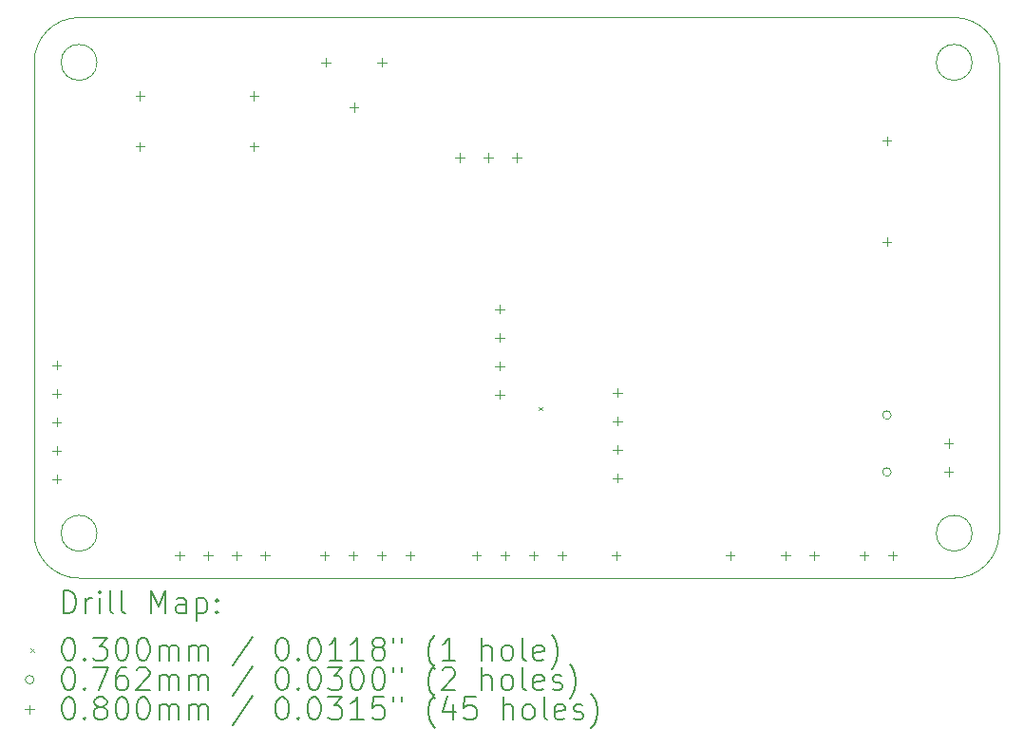
<source format=gbr>
%TF.GenerationSoftware,KiCad,Pcbnew,7.0.11+dfsg-1build4*%
%TF.CreationDate,2024-10-25T06:38:06+02:00*%
%TF.ProjectId,BertheVarioTac-Shema,42657274-6865-4566-9172-696f5461632d,rev?*%
%TF.SameCoordinates,Original*%
%TF.FileFunction,Drillmap*%
%TF.FilePolarity,Positive*%
%FSLAX45Y45*%
G04 Gerber Fmt 4.5, Leading zero omitted, Abs format (unit mm)*
G04 Created by KiCad (PCBNEW 7.0.11+dfsg-1build4) date 2024-10-25 06:38:06*
%MOMM*%
%LPD*%
G01*
G04 APERTURE LIST*
%ADD10C,0.050000*%
%ADD11C,0.200000*%
%ADD12C,0.100000*%
G04 APERTURE END LIST*
D10*
X17400000Y-14200000D02*
G75*
G03*
X17800000Y-13800000I0J400000D01*
G01*
X17560000Y-9600000D02*
G75*
G03*
X17240000Y-9600000I-160000J0D01*
G01*
X17240000Y-9600000D02*
G75*
G03*
X17560000Y-9600000I160000J0D01*
G01*
X17400000Y-14200000D02*
X9600000Y-14200000D01*
X9600000Y-9200000D02*
X17400000Y-9200000D01*
X9760000Y-13800000D02*
G75*
G03*
X9440000Y-13800000I-160000J0D01*
G01*
X9440000Y-13800000D02*
G75*
G03*
X9760000Y-13800000I160000J0D01*
G01*
X9600000Y-9200000D02*
G75*
G03*
X9200000Y-9600000I0J-400000D01*
G01*
X9200000Y-13800000D02*
G75*
G03*
X9600000Y-14200000I400000J0D01*
G01*
X9200000Y-13800000D02*
X9200000Y-9600000D01*
X17800000Y-9600000D02*
G75*
G03*
X17400000Y-9200000I-400000J0D01*
G01*
X9760000Y-9600000D02*
G75*
G03*
X9440000Y-9600000I-160000J0D01*
G01*
X9440000Y-9600000D02*
G75*
G03*
X9760000Y-9600000I160000J0D01*
G01*
X17560000Y-13800000D02*
G75*
G03*
X17240000Y-13800000I-160000J0D01*
G01*
X17240000Y-13800000D02*
G75*
G03*
X17560000Y-13800000I160000J0D01*
G01*
X17800000Y-9600000D02*
X17800000Y-13800000D01*
D11*
D12*
X13697460Y-12674990D02*
X13727460Y-12704990D01*
X13727460Y-12674990D02*
X13697460Y-12704990D01*
X16838100Y-12746000D02*
G75*
G03*
X16761900Y-12746000I-38100J0D01*
G01*
X16761900Y-12746000D02*
G75*
G03*
X16838100Y-12746000I38100J0D01*
G01*
X16838100Y-13254000D02*
G75*
G03*
X16761900Y-13254000I-38100J0D01*
G01*
X16761900Y-13254000D02*
G75*
G03*
X16838100Y-13254000I38100J0D01*
G01*
X9400000Y-12260000D02*
X9400000Y-12340000D01*
X9360000Y-12300000D02*
X9440000Y-12300000D01*
X9400000Y-12514000D02*
X9400000Y-12594000D01*
X9360000Y-12554000D02*
X9440000Y-12554000D01*
X9400000Y-12768000D02*
X9400000Y-12848000D01*
X9360000Y-12808000D02*
X9440000Y-12808000D01*
X9400000Y-13022000D02*
X9400000Y-13102000D01*
X9360000Y-13062000D02*
X9440000Y-13062000D01*
X9400000Y-13276000D02*
X9400000Y-13356000D01*
X9360000Y-13316000D02*
X9440000Y-13316000D01*
X10142000Y-9860000D02*
X10142000Y-9940000D01*
X10102000Y-9900000D02*
X10182000Y-9900000D01*
X10142000Y-10310000D02*
X10142000Y-10390000D01*
X10102000Y-10350000D02*
X10182000Y-10350000D01*
X10496000Y-13960000D02*
X10496000Y-14040000D01*
X10456000Y-14000000D02*
X10536000Y-14000000D01*
X10750000Y-13960000D02*
X10750000Y-14040000D01*
X10710000Y-14000000D02*
X10790000Y-14000000D01*
X11004000Y-13960000D02*
X11004000Y-14040000D01*
X10964000Y-14000000D02*
X11044000Y-14000000D01*
X11158000Y-9860000D02*
X11158000Y-9940000D01*
X11118000Y-9900000D02*
X11198000Y-9900000D01*
X11158000Y-10310000D02*
X11158000Y-10390000D01*
X11118000Y-10350000D02*
X11198000Y-10350000D01*
X11258000Y-13960000D02*
X11258000Y-14040000D01*
X11218000Y-14000000D02*
X11298000Y-14000000D01*
X11788000Y-13960000D02*
X11788000Y-14040000D01*
X11748000Y-14000000D02*
X11828000Y-14000000D01*
X11800000Y-9560000D02*
X11800000Y-9640000D01*
X11760000Y-9600000D02*
X11840000Y-9600000D01*
X12042000Y-13960000D02*
X12042000Y-14040000D01*
X12002000Y-14000000D02*
X12082000Y-14000000D01*
X12050000Y-9960000D02*
X12050000Y-10040000D01*
X12010000Y-10000000D02*
X12090000Y-10000000D01*
X12296000Y-13960000D02*
X12296000Y-14040000D01*
X12256000Y-14000000D02*
X12336000Y-14000000D01*
X12300000Y-9560000D02*
X12300000Y-9640000D01*
X12260000Y-9600000D02*
X12340000Y-9600000D01*
X12550000Y-13960000D02*
X12550000Y-14040000D01*
X12510000Y-14000000D02*
X12590000Y-14000000D01*
X12992000Y-10410000D02*
X12992000Y-10490000D01*
X12952000Y-10450000D02*
X13032000Y-10450000D01*
X13142000Y-13960000D02*
X13142000Y-14040000D01*
X13102000Y-14000000D02*
X13182000Y-14000000D01*
X13246000Y-10410000D02*
X13246000Y-10490000D01*
X13206000Y-10450000D02*
X13286000Y-10450000D01*
X13350000Y-11760000D02*
X13350000Y-11840000D01*
X13310000Y-11800000D02*
X13390000Y-11800000D01*
X13350000Y-12014000D02*
X13350000Y-12094000D01*
X13310000Y-12054000D02*
X13390000Y-12054000D01*
X13350000Y-12268000D02*
X13350000Y-12348000D01*
X13310000Y-12308000D02*
X13390000Y-12308000D01*
X13350000Y-12522000D02*
X13350000Y-12602000D01*
X13310000Y-12562000D02*
X13390000Y-12562000D01*
X13396000Y-13960000D02*
X13396000Y-14040000D01*
X13356000Y-14000000D02*
X13436000Y-14000000D01*
X13500000Y-10410000D02*
X13500000Y-10490000D01*
X13460000Y-10450000D02*
X13540000Y-10450000D01*
X13650000Y-13960000D02*
X13650000Y-14040000D01*
X13610000Y-14000000D02*
X13690000Y-14000000D01*
X13904000Y-13960000D02*
X13904000Y-14040000D01*
X13864000Y-14000000D02*
X13944000Y-14000000D01*
X14388000Y-13960000D02*
X14388000Y-14040000D01*
X14348000Y-14000000D02*
X14428000Y-14000000D01*
X14400000Y-12506000D02*
X14400000Y-12586000D01*
X14360000Y-12546000D02*
X14440000Y-12546000D01*
X14400000Y-12760000D02*
X14400000Y-12840000D01*
X14360000Y-12800000D02*
X14440000Y-12800000D01*
X14400000Y-13014000D02*
X14400000Y-13094000D01*
X14360000Y-13054000D02*
X14440000Y-13054000D01*
X14400000Y-13268000D02*
X14400000Y-13348000D01*
X14360000Y-13308000D02*
X14440000Y-13308000D01*
X15404000Y-13960000D02*
X15404000Y-14040000D01*
X15364000Y-14000000D02*
X15444000Y-14000000D01*
X15896000Y-13960000D02*
X15896000Y-14040000D01*
X15856000Y-14000000D02*
X15936000Y-14000000D01*
X16150000Y-13960000D02*
X16150000Y-14040000D01*
X16110000Y-14000000D02*
X16190000Y-14000000D01*
X16596000Y-13960000D02*
X16596000Y-14040000D01*
X16556000Y-14000000D02*
X16636000Y-14000000D01*
X16800000Y-10260000D02*
X16800000Y-10340000D01*
X16760000Y-10300000D02*
X16840000Y-10300000D01*
X16800000Y-11160000D02*
X16800000Y-11240000D01*
X16760000Y-11200000D02*
X16840000Y-11200000D01*
X16850000Y-13960000D02*
X16850000Y-14040000D01*
X16810000Y-14000000D02*
X16890000Y-14000000D01*
X17350000Y-12956000D02*
X17350000Y-13036000D01*
X17310000Y-12996000D02*
X17390000Y-12996000D01*
X17350000Y-13210000D02*
X17350000Y-13290000D01*
X17310000Y-13250000D02*
X17390000Y-13250000D01*
D11*
X9458277Y-14513984D02*
X9458277Y-14313984D01*
X9458277Y-14313984D02*
X9505896Y-14313984D01*
X9505896Y-14313984D02*
X9534467Y-14323508D01*
X9534467Y-14323508D02*
X9553515Y-14342555D01*
X9553515Y-14342555D02*
X9563039Y-14361603D01*
X9563039Y-14361603D02*
X9572563Y-14399698D01*
X9572563Y-14399698D02*
X9572563Y-14428269D01*
X9572563Y-14428269D02*
X9563039Y-14466365D01*
X9563039Y-14466365D02*
X9553515Y-14485412D01*
X9553515Y-14485412D02*
X9534467Y-14504460D01*
X9534467Y-14504460D02*
X9505896Y-14513984D01*
X9505896Y-14513984D02*
X9458277Y-14513984D01*
X9658277Y-14513984D02*
X9658277Y-14380650D01*
X9658277Y-14418746D02*
X9667801Y-14399698D01*
X9667801Y-14399698D02*
X9677324Y-14390174D01*
X9677324Y-14390174D02*
X9696372Y-14380650D01*
X9696372Y-14380650D02*
X9715420Y-14380650D01*
X9782086Y-14513984D02*
X9782086Y-14380650D01*
X9782086Y-14313984D02*
X9772563Y-14323508D01*
X9772563Y-14323508D02*
X9782086Y-14333031D01*
X9782086Y-14333031D02*
X9791610Y-14323508D01*
X9791610Y-14323508D02*
X9782086Y-14313984D01*
X9782086Y-14313984D02*
X9782086Y-14333031D01*
X9905896Y-14513984D02*
X9886848Y-14504460D01*
X9886848Y-14504460D02*
X9877324Y-14485412D01*
X9877324Y-14485412D02*
X9877324Y-14313984D01*
X10010658Y-14513984D02*
X9991610Y-14504460D01*
X9991610Y-14504460D02*
X9982086Y-14485412D01*
X9982086Y-14485412D02*
X9982086Y-14313984D01*
X10239229Y-14513984D02*
X10239229Y-14313984D01*
X10239229Y-14313984D02*
X10305896Y-14456841D01*
X10305896Y-14456841D02*
X10372563Y-14313984D01*
X10372563Y-14313984D02*
X10372563Y-14513984D01*
X10553515Y-14513984D02*
X10553515Y-14409222D01*
X10553515Y-14409222D02*
X10543991Y-14390174D01*
X10543991Y-14390174D02*
X10524944Y-14380650D01*
X10524944Y-14380650D02*
X10486848Y-14380650D01*
X10486848Y-14380650D02*
X10467801Y-14390174D01*
X10553515Y-14504460D02*
X10534467Y-14513984D01*
X10534467Y-14513984D02*
X10486848Y-14513984D01*
X10486848Y-14513984D02*
X10467801Y-14504460D01*
X10467801Y-14504460D02*
X10458277Y-14485412D01*
X10458277Y-14485412D02*
X10458277Y-14466365D01*
X10458277Y-14466365D02*
X10467801Y-14447317D01*
X10467801Y-14447317D02*
X10486848Y-14437793D01*
X10486848Y-14437793D02*
X10534467Y-14437793D01*
X10534467Y-14437793D02*
X10553515Y-14428269D01*
X10648753Y-14380650D02*
X10648753Y-14580650D01*
X10648753Y-14390174D02*
X10667801Y-14380650D01*
X10667801Y-14380650D02*
X10705896Y-14380650D01*
X10705896Y-14380650D02*
X10724944Y-14390174D01*
X10724944Y-14390174D02*
X10734467Y-14399698D01*
X10734467Y-14399698D02*
X10743991Y-14418746D01*
X10743991Y-14418746D02*
X10743991Y-14475888D01*
X10743991Y-14475888D02*
X10734467Y-14494936D01*
X10734467Y-14494936D02*
X10724944Y-14504460D01*
X10724944Y-14504460D02*
X10705896Y-14513984D01*
X10705896Y-14513984D02*
X10667801Y-14513984D01*
X10667801Y-14513984D02*
X10648753Y-14504460D01*
X10829705Y-14494936D02*
X10839229Y-14504460D01*
X10839229Y-14504460D02*
X10829705Y-14513984D01*
X10829705Y-14513984D02*
X10820182Y-14504460D01*
X10820182Y-14504460D02*
X10829705Y-14494936D01*
X10829705Y-14494936D02*
X10829705Y-14513984D01*
X10829705Y-14390174D02*
X10839229Y-14399698D01*
X10839229Y-14399698D02*
X10829705Y-14409222D01*
X10829705Y-14409222D02*
X10820182Y-14399698D01*
X10820182Y-14399698D02*
X10829705Y-14390174D01*
X10829705Y-14390174D02*
X10829705Y-14409222D01*
D12*
X9167500Y-14827500D02*
X9197500Y-14857500D01*
X9197500Y-14827500D02*
X9167500Y-14857500D01*
D11*
X9496372Y-14733984D02*
X9515420Y-14733984D01*
X9515420Y-14733984D02*
X9534467Y-14743508D01*
X9534467Y-14743508D02*
X9543991Y-14753031D01*
X9543991Y-14753031D02*
X9553515Y-14772079D01*
X9553515Y-14772079D02*
X9563039Y-14810174D01*
X9563039Y-14810174D02*
X9563039Y-14857793D01*
X9563039Y-14857793D02*
X9553515Y-14895888D01*
X9553515Y-14895888D02*
X9543991Y-14914936D01*
X9543991Y-14914936D02*
X9534467Y-14924460D01*
X9534467Y-14924460D02*
X9515420Y-14933984D01*
X9515420Y-14933984D02*
X9496372Y-14933984D01*
X9496372Y-14933984D02*
X9477324Y-14924460D01*
X9477324Y-14924460D02*
X9467801Y-14914936D01*
X9467801Y-14914936D02*
X9458277Y-14895888D01*
X9458277Y-14895888D02*
X9448753Y-14857793D01*
X9448753Y-14857793D02*
X9448753Y-14810174D01*
X9448753Y-14810174D02*
X9458277Y-14772079D01*
X9458277Y-14772079D02*
X9467801Y-14753031D01*
X9467801Y-14753031D02*
X9477324Y-14743508D01*
X9477324Y-14743508D02*
X9496372Y-14733984D01*
X9648753Y-14914936D02*
X9658277Y-14924460D01*
X9658277Y-14924460D02*
X9648753Y-14933984D01*
X9648753Y-14933984D02*
X9639229Y-14924460D01*
X9639229Y-14924460D02*
X9648753Y-14914936D01*
X9648753Y-14914936D02*
X9648753Y-14933984D01*
X9724944Y-14733984D02*
X9848753Y-14733984D01*
X9848753Y-14733984D02*
X9782086Y-14810174D01*
X9782086Y-14810174D02*
X9810658Y-14810174D01*
X9810658Y-14810174D02*
X9829705Y-14819698D01*
X9829705Y-14819698D02*
X9839229Y-14829222D01*
X9839229Y-14829222D02*
X9848753Y-14848269D01*
X9848753Y-14848269D02*
X9848753Y-14895888D01*
X9848753Y-14895888D02*
X9839229Y-14914936D01*
X9839229Y-14914936D02*
X9829705Y-14924460D01*
X9829705Y-14924460D02*
X9810658Y-14933984D01*
X9810658Y-14933984D02*
X9753515Y-14933984D01*
X9753515Y-14933984D02*
X9734467Y-14924460D01*
X9734467Y-14924460D02*
X9724944Y-14914936D01*
X9972563Y-14733984D02*
X9991610Y-14733984D01*
X9991610Y-14733984D02*
X10010658Y-14743508D01*
X10010658Y-14743508D02*
X10020182Y-14753031D01*
X10020182Y-14753031D02*
X10029705Y-14772079D01*
X10029705Y-14772079D02*
X10039229Y-14810174D01*
X10039229Y-14810174D02*
X10039229Y-14857793D01*
X10039229Y-14857793D02*
X10029705Y-14895888D01*
X10029705Y-14895888D02*
X10020182Y-14914936D01*
X10020182Y-14914936D02*
X10010658Y-14924460D01*
X10010658Y-14924460D02*
X9991610Y-14933984D01*
X9991610Y-14933984D02*
X9972563Y-14933984D01*
X9972563Y-14933984D02*
X9953515Y-14924460D01*
X9953515Y-14924460D02*
X9943991Y-14914936D01*
X9943991Y-14914936D02*
X9934467Y-14895888D01*
X9934467Y-14895888D02*
X9924944Y-14857793D01*
X9924944Y-14857793D02*
X9924944Y-14810174D01*
X9924944Y-14810174D02*
X9934467Y-14772079D01*
X9934467Y-14772079D02*
X9943991Y-14753031D01*
X9943991Y-14753031D02*
X9953515Y-14743508D01*
X9953515Y-14743508D02*
X9972563Y-14733984D01*
X10163039Y-14733984D02*
X10182086Y-14733984D01*
X10182086Y-14733984D02*
X10201134Y-14743508D01*
X10201134Y-14743508D02*
X10210658Y-14753031D01*
X10210658Y-14753031D02*
X10220182Y-14772079D01*
X10220182Y-14772079D02*
X10229705Y-14810174D01*
X10229705Y-14810174D02*
X10229705Y-14857793D01*
X10229705Y-14857793D02*
X10220182Y-14895888D01*
X10220182Y-14895888D02*
X10210658Y-14914936D01*
X10210658Y-14914936D02*
X10201134Y-14924460D01*
X10201134Y-14924460D02*
X10182086Y-14933984D01*
X10182086Y-14933984D02*
X10163039Y-14933984D01*
X10163039Y-14933984D02*
X10143991Y-14924460D01*
X10143991Y-14924460D02*
X10134467Y-14914936D01*
X10134467Y-14914936D02*
X10124944Y-14895888D01*
X10124944Y-14895888D02*
X10115420Y-14857793D01*
X10115420Y-14857793D02*
X10115420Y-14810174D01*
X10115420Y-14810174D02*
X10124944Y-14772079D01*
X10124944Y-14772079D02*
X10134467Y-14753031D01*
X10134467Y-14753031D02*
X10143991Y-14743508D01*
X10143991Y-14743508D02*
X10163039Y-14733984D01*
X10315420Y-14933984D02*
X10315420Y-14800650D01*
X10315420Y-14819698D02*
X10324944Y-14810174D01*
X10324944Y-14810174D02*
X10343991Y-14800650D01*
X10343991Y-14800650D02*
X10372563Y-14800650D01*
X10372563Y-14800650D02*
X10391610Y-14810174D01*
X10391610Y-14810174D02*
X10401134Y-14829222D01*
X10401134Y-14829222D02*
X10401134Y-14933984D01*
X10401134Y-14829222D02*
X10410658Y-14810174D01*
X10410658Y-14810174D02*
X10429705Y-14800650D01*
X10429705Y-14800650D02*
X10458277Y-14800650D01*
X10458277Y-14800650D02*
X10477325Y-14810174D01*
X10477325Y-14810174D02*
X10486848Y-14829222D01*
X10486848Y-14829222D02*
X10486848Y-14933984D01*
X10582086Y-14933984D02*
X10582086Y-14800650D01*
X10582086Y-14819698D02*
X10591610Y-14810174D01*
X10591610Y-14810174D02*
X10610658Y-14800650D01*
X10610658Y-14800650D02*
X10639229Y-14800650D01*
X10639229Y-14800650D02*
X10658277Y-14810174D01*
X10658277Y-14810174D02*
X10667801Y-14829222D01*
X10667801Y-14829222D02*
X10667801Y-14933984D01*
X10667801Y-14829222D02*
X10677325Y-14810174D01*
X10677325Y-14810174D02*
X10696372Y-14800650D01*
X10696372Y-14800650D02*
X10724944Y-14800650D01*
X10724944Y-14800650D02*
X10743991Y-14810174D01*
X10743991Y-14810174D02*
X10753515Y-14829222D01*
X10753515Y-14829222D02*
X10753515Y-14933984D01*
X11143991Y-14724460D02*
X10972563Y-14981603D01*
X11401134Y-14733984D02*
X11420182Y-14733984D01*
X11420182Y-14733984D02*
X11439229Y-14743508D01*
X11439229Y-14743508D02*
X11448753Y-14753031D01*
X11448753Y-14753031D02*
X11458277Y-14772079D01*
X11458277Y-14772079D02*
X11467801Y-14810174D01*
X11467801Y-14810174D02*
X11467801Y-14857793D01*
X11467801Y-14857793D02*
X11458277Y-14895888D01*
X11458277Y-14895888D02*
X11448753Y-14914936D01*
X11448753Y-14914936D02*
X11439229Y-14924460D01*
X11439229Y-14924460D02*
X11420182Y-14933984D01*
X11420182Y-14933984D02*
X11401134Y-14933984D01*
X11401134Y-14933984D02*
X11382086Y-14924460D01*
X11382086Y-14924460D02*
X11372563Y-14914936D01*
X11372563Y-14914936D02*
X11363039Y-14895888D01*
X11363039Y-14895888D02*
X11353515Y-14857793D01*
X11353515Y-14857793D02*
X11353515Y-14810174D01*
X11353515Y-14810174D02*
X11363039Y-14772079D01*
X11363039Y-14772079D02*
X11372563Y-14753031D01*
X11372563Y-14753031D02*
X11382086Y-14743508D01*
X11382086Y-14743508D02*
X11401134Y-14733984D01*
X11553515Y-14914936D02*
X11563039Y-14924460D01*
X11563039Y-14924460D02*
X11553515Y-14933984D01*
X11553515Y-14933984D02*
X11543991Y-14924460D01*
X11543991Y-14924460D02*
X11553515Y-14914936D01*
X11553515Y-14914936D02*
X11553515Y-14933984D01*
X11686848Y-14733984D02*
X11705896Y-14733984D01*
X11705896Y-14733984D02*
X11724944Y-14743508D01*
X11724944Y-14743508D02*
X11734467Y-14753031D01*
X11734467Y-14753031D02*
X11743991Y-14772079D01*
X11743991Y-14772079D02*
X11753515Y-14810174D01*
X11753515Y-14810174D02*
X11753515Y-14857793D01*
X11753515Y-14857793D02*
X11743991Y-14895888D01*
X11743991Y-14895888D02*
X11734467Y-14914936D01*
X11734467Y-14914936D02*
X11724944Y-14924460D01*
X11724944Y-14924460D02*
X11705896Y-14933984D01*
X11705896Y-14933984D02*
X11686848Y-14933984D01*
X11686848Y-14933984D02*
X11667801Y-14924460D01*
X11667801Y-14924460D02*
X11658277Y-14914936D01*
X11658277Y-14914936D02*
X11648753Y-14895888D01*
X11648753Y-14895888D02*
X11639229Y-14857793D01*
X11639229Y-14857793D02*
X11639229Y-14810174D01*
X11639229Y-14810174D02*
X11648753Y-14772079D01*
X11648753Y-14772079D02*
X11658277Y-14753031D01*
X11658277Y-14753031D02*
X11667801Y-14743508D01*
X11667801Y-14743508D02*
X11686848Y-14733984D01*
X11943991Y-14933984D02*
X11829706Y-14933984D01*
X11886848Y-14933984D02*
X11886848Y-14733984D01*
X11886848Y-14733984D02*
X11867801Y-14762555D01*
X11867801Y-14762555D02*
X11848753Y-14781603D01*
X11848753Y-14781603D02*
X11829706Y-14791127D01*
X12134467Y-14933984D02*
X12020182Y-14933984D01*
X12077325Y-14933984D02*
X12077325Y-14733984D01*
X12077325Y-14733984D02*
X12058277Y-14762555D01*
X12058277Y-14762555D02*
X12039229Y-14781603D01*
X12039229Y-14781603D02*
X12020182Y-14791127D01*
X12248753Y-14819698D02*
X12229706Y-14810174D01*
X12229706Y-14810174D02*
X12220182Y-14800650D01*
X12220182Y-14800650D02*
X12210658Y-14781603D01*
X12210658Y-14781603D02*
X12210658Y-14772079D01*
X12210658Y-14772079D02*
X12220182Y-14753031D01*
X12220182Y-14753031D02*
X12229706Y-14743508D01*
X12229706Y-14743508D02*
X12248753Y-14733984D01*
X12248753Y-14733984D02*
X12286848Y-14733984D01*
X12286848Y-14733984D02*
X12305896Y-14743508D01*
X12305896Y-14743508D02*
X12315420Y-14753031D01*
X12315420Y-14753031D02*
X12324944Y-14772079D01*
X12324944Y-14772079D02*
X12324944Y-14781603D01*
X12324944Y-14781603D02*
X12315420Y-14800650D01*
X12315420Y-14800650D02*
X12305896Y-14810174D01*
X12305896Y-14810174D02*
X12286848Y-14819698D01*
X12286848Y-14819698D02*
X12248753Y-14819698D01*
X12248753Y-14819698D02*
X12229706Y-14829222D01*
X12229706Y-14829222D02*
X12220182Y-14838746D01*
X12220182Y-14838746D02*
X12210658Y-14857793D01*
X12210658Y-14857793D02*
X12210658Y-14895888D01*
X12210658Y-14895888D02*
X12220182Y-14914936D01*
X12220182Y-14914936D02*
X12229706Y-14924460D01*
X12229706Y-14924460D02*
X12248753Y-14933984D01*
X12248753Y-14933984D02*
X12286848Y-14933984D01*
X12286848Y-14933984D02*
X12305896Y-14924460D01*
X12305896Y-14924460D02*
X12315420Y-14914936D01*
X12315420Y-14914936D02*
X12324944Y-14895888D01*
X12324944Y-14895888D02*
X12324944Y-14857793D01*
X12324944Y-14857793D02*
X12315420Y-14838746D01*
X12315420Y-14838746D02*
X12305896Y-14829222D01*
X12305896Y-14829222D02*
X12286848Y-14819698D01*
X12401134Y-14733984D02*
X12401134Y-14772079D01*
X12477325Y-14733984D02*
X12477325Y-14772079D01*
X12772563Y-15010174D02*
X12763039Y-15000650D01*
X12763039Y-15000650D02*
X12743991Y-14972079D01*
X12743991Y-14972079D02*
X12734468Y-14953031D01*
X12734468Y-14953031D02*
X12724944Y-14924460D01*
X12724944Y-14924460D02*
X12715420Y-14876841D01*
X12715420Y-14876841D02*
X12715420Y-14838746D01*
X12715420Y-14838746D02*
X12724944Y-14791127D01*
X12724944Y-14791127D02*
X12734468Y-14762555D01*
X12734468Y-14762555D02*
X12743991Y-14743508D01*
X12743991Y-14743508D02*
X12763039Y-14714936D01*
X12763039Y-14714936D02*
X12772563Y-14705412D01*
X12953515Y-14933984D02*
X12839229Y-14933984D01*
X12896372Y-14933984D02*
X12896372Y-14733984D01*
X12896372Y-14733984D02*
X12877325Y-14762555D01*
X12877325Y-14762555D02*
X12858277Y-14781603D01*
X12858277Y-14781603D02*
X12839229Y-14791127D01*
X13191610Y-14933984D02*
X13191610Y-14733984D01*
X13277325Y-14933984D02*
X13277325Y-14829222D01*
X13277325Y-14829222D02*
X13267801Y-14810174D01*
X13267801Y-14810174D02*
X13248753Y-14800650D01*
X13248753Y-14800650D02*
X13220182Y-14800650D01*
X13220182Y-14800650D02*
X13201134Y-14810174D01*
X13201134Y-14810174D02*
X13191610Y-14819698D01*
X13401134Y-14933984D02*
X13382087Y-14924460D01*
X13382087Y-14924460D02*
X13372563Y-14914936D01*
X13372563Y-14914936D02*
X13363039Y-14895888D01*
X13363039Y-14895888D02*
X13363039Y-14838746D01*
X13363039Y-14838746D02*
X13372563Y-14819698D01*
X13372563Y-14819698D02*
X13382087Y-14810174D01*
X13382087Y-14810174D02*
X13401134Y-14800650D01*
X13401134Y-14800650D02*
X13429706Y-14800650D01*
X13429706Y-14800650D02*
X13448753Y-14810174D01*
X13448753Y-14810174D02*
X13458277Y-14819698D01*
X13458277Y-14819698D02*
X13467801Y-14838746D01*
X13467801Y-14838746D02*
X13467801Y-14895888D01*
X13467801Y-14895888D02*
X13458277Y-14914936D01*
X13458277Y-14914936D02*
X13448753Y-14924460D01*
X13448753Y-14924460D02*
X13429706Y-14933984D01*
X13429706Y-14933984D02*
X13401134Y-14933984D01*
X13582087Y-14933984D02*
X13563039Y-14924460D01*
X13563039Y-14924460D02*
X13553515Y-14905412D01*
X13553515Y-14905412D02*
X13553515Y-14733984D01*
X13734468Y-14924460D02*
X13715420Y-14933984D01*
X13715420Y-14933984D02*
X13677325Y-14933984D01*
X13677325Y-14933984D02*
X13658277Y-14924460D01*
X13658277Y-14924460D02*
X13648753Y-14905412D01*
X13648753Y-14905412D02*
X13648753Y-14829222D01*
X13648753Y-14829222D02*
X13658277Y-14810174D01*
X13658277Y-14810174D02*
X13677325Y-14800650D01*
X13677325Y-14800650D02*
X13715420Y-14800650D01*
X13715420Y-14800650D02*
X13734468Y-14810174D01*
X13734468Y-14810174D02*
X13743991Y-14829222D01*
X13743991Y-14829222D02*
X13743991Y-14848269D01*
X13743991Y-14848269D02*
X13648753Y-14867317D01*
X13810658Y-15010174D02*
X13820182Y-15000650D01*
X13820182Y-15000650D02*
X13839230Y-14972079D01*
X13839230Y-14972079D02*
X13848753Y-14953031D01*
X13848753Y-14953031D02*
X13858277Y-14924460D01*
X13858277Y-14924460D02*
X13867801Y-14876841D01*
X13867801Y-14876841D02*
X13867801Y-14838746D01*
X13867801Y-14838746D02*
X13858277Y-14791127D01*
X13858277Y-14791127D02*
X13848753Y-14762555D01*
X13848753Y-14762555D02*
X13839230Y-14743508D01*
X13839230Y-14743508D02*
X13820182Y-14714936D01*
X13820182Y-14714936D02*
X13810658Y-14705412D01*
D12*
X9197500Y-15106500D02*
G75*
G03*
X9121300Y-15106500I-38100J0D01*
G01*
X9121300Y-15106500D02*
G75*
G03*
X9197500Y-15106500I38100J0D01*
G01*
D11*
X9496372Y-14997984D02*
X9515420Y-14997984D01*
X9515420Y-14997984D02*
X9534467Y-15007508D01*
X9534467Y-15007508D02*
X9543991Y-15017031D01*
X9543991Y-15017031D02*
X9553515Y-15036079D01*
X9553515Y-15036079D02*
X9563039Y-15074174D01*
X9563039Y-15074174D02*
X9563039Y-15121793D01*
X9563039Y-15121793D02*
X9553515Y-15159888D01*
X9553515Y-15159888D02*
X9543991Y-15178936D01*
X9543991Y-15178936D02*
X9534467Y-15188460D01*
X9534467Y-15188460D02*
X9515420Y-15197984D01*
X9515420Y-15197984D02*
X9496372Y-15197984D01*
X9496372Y-15197984D02*
X9477324Y-15188460D01*
X9477324Y-15188460D02*
X9467801Y-15178936D01*
X9467801Y-15178936D02*
X9458277Y-15159888D01*
X9458277Y-15159888D02*
X9448753Y-15121793D01*
X9448753Y-15121793D02*
X9448753Y-15074174D01*
X9448753Y-15074174D02*
X9458277Y-15036079D01*
X9458277Y-15036079D02*
X9467801Y-15017031D01*
X9467801Y-15017031D02*
X9477324Y-15007508D01*
X9477324Y-15007508D02*
X9496372Y-14997984D01*
X9648753Y-15178936D02*
X9658277Y-15188460D01*
X9658277Y-15188460D02*
X9648753Y-15197984D01*
X9648753Y-15197984D02*
X9639229Y-15188460D01*
X9639229Y-15188460D02*
X9648753Y-15178936D01*
X9648753Y-15178936D02*
X9648753Y-15197984D01*
X9724944Y-14997984D02*
X9858277Y-14997984D01*
X9858277Y-14997984D02*
X9772563Y-15197984D01*
X10020182Y-14997984D02*
X9982086Y-14997984D01*
X9982086Y-14997984D02*
X9963039Y-15007508D01*
X9963039Y-15007508D02*
X9953515Y-15017031D01*
X9953515Y-15017031D02*
X9934467Y-15045603D01*
X9934467Y-15045603D02*
X9924944Y-15083698D01*
X9924944Y-15083698D02*
X9924944Y-15159888D01*
X9924944Y-15159888D02*
X9934467Y-15178936D01*
X9934467Y-15178936D02*
X9943991Y-15188460D01*
X9943991Y-15188460D02*
X9963039Y-15197984D01*
X9963039Y-15197984D02*
X10001134Y-15197984D01*
X10001134Y-15197984D02*
X10020182Y-15188460D01*
X10020182Y-15188460D02*
X10029705Y-15178936D01*
X10029705Y-15178936D02*
X10039229Y-15159888D01*
X10039229Y-15159888D02*
X10039229Y-15112269D01*
X10039229Y-15112269D02*
X10029705Y-15093222D01*
X10029705Y-15093222D02*
X10020182Y-15083698D01*
X10020182Y-15083698D02*
X10001134Y-15074174D01*
X10001134Y-15074174D02*
X9963039Y-15074174D01*
X9963039Y-15074174D02*
X9943991Y-15083698D01*
X9943991Y-15083698D02*
X9934467Y-15093222D01*
X9934467Y-15093222D02*
X9924944Y-15112269D01*
X10115420Y-15017031D02*
X10124944Y-15007508D01*
X10124944Y-15007508D02*
X10143991Y-14997984D01*
X10143991Y-14997984D02*
X10191610Y-14997984D01*
X10191610Y-14997984D02*
X10210658Y-15007508D01*
X10210658Y-15007508D02*
X10220182Y-15017031D01*
X10220182Y-15017031D02*
X10229705Y-15036079D01*
X10229705Y-15036079D02*
X10229705Y-15055127D01*
X10229705Y-15055127D02*
X10220182Y-15083698D01*
X10220182Y-15083698D02*
X10105896Y-15197984D01*
X10105896Y-15197984D02*
X10229705Y-15197984D01*
X10315420Y-15197984D02*
X10315420Y-15064650D01*
X10315420Y-15083698D02*
X10324944Y-15074174D01*
X10324944Y-15074174D02*
X10343991Y-15064650D01*
X10343991Y-15064650D02*
X10372563Y-15064650D01*
X10372563Y-15064650D02*
X10391610Y-15074174D01*
X10391610Y-15074174D02*
X10401134Y-15093222D01*
X10401134Y-15093222D02*
X10401134Y-15197984D01*
X10401134Y-15093222D02*
X10410658Y-15074174D01*
X10410658Y-15074174D02*
X10429705Y-15064650D01*
X10429705Y-15064650D02*
X10458277Y-15064650D01*
X10458277Y-15064650D02*
X10477325Y-15074174D01*
X10477325Y-15074174D02*
X10486848Y-15093222D01*
X10486848Y-15093222D02*
X10486848Y-15197984D01*
X10582086Y-15197984D02*
X10582086Y-15064650D01*
X10582086Y-15083698D02*
X10591610Y-15074174D01*
X10591610Y-15074174D02*
X10610658Y-15064650D01*
X10610658Y-15064650D02*
X10639229Y-15064650D01*
X10639229Y-15064650D02*
X10658277Y-15074174D01*
X10658277Y-15074174D02*
X10667801Y-15093222D01*
X10667801Y-15093222D02*
X10667801Y-15197984D01*
X10667801Y-15093222D02*
X10677325Y-15074174D01*
X10677325Y-15074174D02*
X10696372Y-15064650D01*
X10696372Y-15064650D02*
X10724944Y-15064650D01*
X10724944Y-15064650D02*
X10743991Y-15074174D01*
X10743991Y-15074174D02*
X10753515Y-15093222D01*
X10753515Y-15093222D02*
X10753515Y-15197984D01*
X11143991Y-14988460D02*
X10972563Y-15245603D01*
X11401134Y-14997984D02*
X11420182Y-14997984D01*
X11420182Y-14997984D02*
X11439229Y-15007508D01*
X11439229Y-15007508D02*
X11448753Y-15017031D01*
X11448753Y-15017031D02*
X11458277Y-15036079D01*
X11458277Y-15036079D02*
X11467801Y-15074174D01*
X11467801Y-15074174D02*
X11467801Y-15121793D01*
X11467801Y-15121793D02*
X11458277Y-15159888D01*
X11458277Y-15159888D02*
X11448753Y-15178936D01*
X11448753Y-15178936D02*
X11439229Y-15188460D01*
X11439229Y-15188460D02*
X11420182Y-15197984D01*
X11420182Y-15197984D02*
X11401134Y-15197984D01*
X11401134Y-15197984D02*
X11382086Y-15188460D01*
X11382086Y-15188460D02*
X11372563Y-15178936D01*
X11372563Y-15178936D02*
X11363039Y-15159888D01*
X11363039Y-15159888D02*
X11353515Y-15121793D01*
X11353515Y-15121793D02*
X11353515Y-15074174D01*
X11353515Y-15074174D02*
X11363039Y-15036079D01*
X11363039Y-15036079D02*
X11372563Y-15017031D01*
X11372563Y-15017031D02*
X11382086Y-15007508D01*
X11382086Y-15007508D02*
X11401134Y-14997984D01*
X11553515Y-15178936D02*
X11563039Y-15188460D01*
X11563039Y-15188460D02*
X11553515Y-15197984D01*
X11553515Y-15197984D02*
X11543991Y-15188460D01*
X11543991Y-15188460D02*
X11553515Y-15178936D01*
X11553515Y-15178936D02*
X11553515Y-15197984D01*
X11686848Y-14997984D02*
X11705896Y-14997984D01*
X11705896Y-14997984D02*
X11724944Y-15007508D01*
X11724944Y-15007508D02*
X11734467Y-15017031D01*
X11734467Y-15017031D02*
X11743991Y-15036079D01*
X11743991Y-15036079D02*
X11753515Y-15074174D01*
X11753515Y-15074174D02*
X11753515Y-15121793D01*
X11753515Y-15121793D02*
X11743991Y-15159888D01*
X11743991Y-15159888D02*
X11734467Y-15178936D01*
X11734467Y-15178936D02*
X11724944Y-15188460D01*
X11724944Y-15188460D02*
X11705896Y-15197984D01*
X11705896Y-15197984D02*
X11686848Y-15197984D01*
X11686848Y-15197984D02*
X11667801Y-15188460D01*
X11667801Y-15188460D02*
X11658277Y-15178936D01*
X11658277Y-15178936D02*
X11648753Y-15159888D01*
X11648753Y-15159888D02*
X11639229Y-15121793D01*
X11639229Y-15121793D02*
X11639229Y-15074174D01*
X11639229Y-15074174D02*
X11648753Y-15036079D01*
X11648753Y-15036079D02*
X11658277Y-15017031D01*
X11658277Y-15017031D02*
X11667801Y-15007508D01*
X11667801Y-15007508D02*
X11686848Y-14997984D01*
X11820182Y-14997984D02*
X11943991Y-14997984D01*
X11943991Y-14997984D02*
X11877325Y-15074174D01*
X11877325Y-15074174D02*
X11905896Y-15074174D01*
X11905896Y-15074174D02*
X11924944Y-15083698D01*
X11924944Y-15083698D02*
X11934467Y-15093222D01*
X11934467Y-15093222D02*
X11943991Y-15112269D01*
X11943991Y-15112269D02*
X11943991Y-15159888D01*
X11943991Y-15159888D02*
X11934467Y-15178936D01*
X11934467Y-15178936D02*
X11924944Y-15188460D01*
X11924944Y-15188460D02*
X11905896Y-15197984D01*
X11905896Y-15197984D02*
X11848753Y-15197984D01*
X11848753Y-15197984D02*
X11829706Y-15188460D01*
X11829706Y-15188460D02*
X11820182Y-15178936D01*
X12067801Y-14997984D02*
X12086848Y-14997984D01*
X12086848Y-14997984D02*
X12105896Y-15007508D01*
X12105896Y-15007508D02*
X12115420Y-15017031D01*
X12115420Y-15017031D02*
X12124944Y-15036079D01*
X12124944Y-15036079D02*
X12134467Y-15074174D01*
X12134467Y-15074174D02*
X12134467Y-15121793D01*
X12134467Y-15121793D02*
X12124944Y-15159888D01*
X12124944Y-15159888D02*
X12115420Y-15178936D01*
X12115420Y-15178936D02*
X12105896Y-15188460D01*
X12105896Y-15188460D02*
X12086848Y-15197984D01*
X12086848Y-15197984D02*
X12067801Y-15197984D01*
X12067801Y-15197984D02*
X12048753Y-15188460D01*
X12048753Y-15188460D02*
X12039229Y-15178936D01*
X12039229Y-15178936D02*
X12029706Y-15159888D01*
X12029706Y-15159888D02*
X12020182Y-15121793D01*
X12020182Y-15121793D02*
X12020182Y-15074174D01*
X12020182Y-15074174D02*
X12029706Y-15036079D01*
X12029706Y-15036079D02*
X12039229Y-15017031D01*
X12039229Y-15017031D02*
X12048753Y-15007508D01*
X12048753Y-15007508D02*
X12067801Y-14997984D01*
X12258277Y-14997984D02*
X12277325Y-14997984D01*
X12277325Y-14997984D02*
X12296372Y-15007508D01*
X12296372Y-15007508D02*
X12305896Y-15017031D01*
X12305896Y-15017031D02*
X12315420Y-15036079D01*
X12315420Y-15036079D02*
X12324944Y-15074174D01*
X12324944Y-15074174D02*
X12324944Y-15121793D01*
X12324944Y-15121793D02*
X12315420Y-15159888D01*
X12315420Y-15159888D02*
X12305896Y-15178936D01*
X12305896Y-15178936D02*
X12296372Y-15188460D01*
X12296372Y-15188460D02*
X12277325Y-15197984D01*
X12277325Y-15197984D02*
X12258277Y-15197984D01*
X12258277Y-15197984D02*
X12239229Y-15188460D01*
X12239229Y-15188460D02*
X12229706Y-15178936D01*
X12229706Y-15178936D02*
X12220182Y-15159888D01*
X12220182Y-15159888D02*
X12210658Y-15121793D01*
X12210658Y-15121793D02*
X12210658Y-15074174D01*
X12210658Y-15074174D02*
X12220182Y-15036079D01*
X12220182Y-15036079D02*
X12229706Y-15017031D01*
X12229706Y-15017031D02*
X12239229Y-15007508D01*
X12239229Y-15007508D02*
X12258277Y-14997984D01*
X12401134Y-14997984D02*
X12401134Y-15036079D01*
X12477325Y-14997984D02*
X12477325Y-15036079D01*
X12772563Y-15274174D02*
X12763039Y-15264650D01*
X12763039Y-15264650D02*
X12743991Y-15236079D01*
X12743991Y-15236079D02*
X12734468Y-15217031D01*
X12734468Y-15217031D02*
X12724944Y-15188460D01*
X12724944Y-15188460D02*
X12715420Y-15140841D01*
X12715420Y-15140841D02*
X12715420Y-15102746D01*
X12715420Y-15102746D02*
X12724944Y-15055127D01*
X12724944Y-15055127D02*
X12734468Y-15026555D01*
X12734468Y-15026555D02*
X12743991Y-15007508D01*
X12743991Y-15007508D02*
X12763039Y-14978936D01*
X12763039Y-14978936D02*
X12772563Y-14969412D01*
X12839229Y-15017031D02*
X12848753Y-15007508D01*
X12848753Y-15007508D02*
X12867801Y-14997984D01*
X12867801Y-14997984D02*
X12915420Y-14997984D01*
X12915420Y-14997984D02*
X12934468Y-15007508D01*
X12934468Y-15007508D02*
X12943991Y-15017031D01*
X12943991Y-15017031D02*
X12953515Y-15036079D01*
X12953515Y-15036079D02*
X12953515Y-15055127D01*
X12953515Y-15055127D02*
X12943991Y-15083698D01*
X12943991Y-15083698D02*
X12829706Y-15197984D01*
X12829706Y-15197984D02*
X12953515Y-15197984D01*
X13191610Y-15197984D02*
X13191610Y-14997984D01*
X13277325Y-15197984D02*
X13277325Y-15093222D01*
X13277325Y-15093222D02*
X13267801Y-15074174D01*
X13267801Y-15074174D02*
X13248753Y-15064650D01*
X13248753Y-15064650D02*
X13220182Y-15064650D01*
X13220182Y-15064650D02*
X13201134Y-15074174D01*
X13201134Y-15074174D02*
X13191610Y-15083698D01*
X13401134Y-15197984D02*
X13382087Y-15188460D01*
X13382087Y-15188460D02*
X13372563Y-15178936D01*
X13372563Y-15178936D02*
X13363039Y-15159888D01*
X13363039Y-15159888D02*
X13363039Y-15102746D01*
X13363039Y-15102746D02*
X13372563Y-15083698D01*
X13372563Y-15083698D02*
X13382087Y-15074174D01*
X13382087Y-15074174D02*
X13401134Y-15064650D01*
X13401134Y-15064650D02*
X13429706Y-15064650D01*
X13429706Y-15064650D02*
X13448753Y-15074174D01*
X13448753Y-15074174D02*
X13458277Y-15083698D01*
X13458277Y-15083698D02*
X13467801Y-15102746D01*
X13467801Y-15102746D02*
X13467801Y-15159888D01*
X13467801Y-15159888D02*
X13458277Y-15178936D01*
X13458277Y-15178936D02*
X13448753Y-15188460D01*
X13448753Y-15188460D02*
X13429706Y-15197984D01*
X13429706Y-15197984D02*
X13401134Y-15197984D01*
X13582087Y-15197984D02*
X13563039Y-15188460D01*
X13563039Y-15188460D02*
X13553515Y-15169412D01*
X13553515Y-15169412D02*
X13553515Y-14997984D01*
X13734468Y-15188460D02*
X13715420Y-15197984D01*
X13715420Y-15197984D02*
X13677325Y-15197984D01*
X13677325Y-15197984D02*
X13658277Y-15188460D01*
X13658277Y-15188460D02*
X13648753Y-15169412D01*
X13648753Y-15169412D02*
X13648753Y-15093222D01*
X13648753Y-15093222D02*
X13658277Y-15074174D01*
X13658277Y-15074174D02*
X13677325Y-15064650D01*
X13677325Y-15064650D02*
X13715420Y-15064650D01*
X13715420Y-15064650D02*
X13734468Y-15074174D01*
X13734468Y-15074174D02*
X13743991Y-15093222D01*
X13743991Y-15093222D02*
X13743991Y-15112269D01*
X13743991Y-15112269D02*
X13648753Y-15131317D01*
X13820182Y-15188460D02*
X13839230Y-15197984D01*
X13839230Y-15197984D02*
X13877325Y-15197984D01*
X13877325Y-15197984D02*
X13896372Y-15188460D01*
X13896372Y-15188460D02*
X13905896Y-15169412D01*
X13905896Y-15169412D02*
X13905896Y-15159888D01*
X13905896Y-15159888D02*
X13896372Y-15140841D01*
X13896372Y-15140841D02*
X13877325Y-15131317D01*
X13877325Y-15131317D02*
X13848753Y-15131317D01*
X13848753Y-15131317D02*
X13829706Y-15121793D01*
X13829706Y-15121793D02*
X13820182Y-15102746D01*
X13820182Y-15102746D02*
X13820182Y-15093222D01*
X13820182Y-15093222D02*
X13829706Y-15074174D01*
X13829706Y-15074174D02*
X13848753Y-15064650D01*
X13848753Y-15064650D02*
X13877325Y-15064650D01*
X13877325Y-15064650D02*
X13896372Y-15074174D01*
X13972563Y-15274174D02*
X13982087Y-15264650D01*
X13982087Y-15264650D02*
X14001134Y-15236079D01*
X14001134Y-15236079D02*
X14010658Y-15217031D01*
X14010658Y-15217031D02*
X14020182Y-15188460D01*
X14020182Y-15188460D02*
X14029706Y-15140841D01*
X14029706Y-15140841D02*
X14029706Y-15102746D01*
X14029706Y-15102746D02*
X14020182Y-15055127D01*
X14020182Y-15055127D02*
X14010658Y-15026555D01*
X14010658Y-15026555D02*
X14001134Y-15007508D01*
X14001134Y-15007508D02*
X13982087Y-14978936D01*
X13982087Y-14978936D02*
X13972563Y-14969412D01*
D12*
X9157500Y-15330500D02*
X9157500Y-15410500D01*
X9117500Y-15370500D02*
X9197500Y-15370500D01*
D11*
X9496372Y-15261984D02*
X9515420Y-15261984D01*
X9515420Y-15261984D02*
X9534467Y-15271508D01*
X9534467Y-15271508D02*
X9543991Y-15281031D01*
X9543991Y-15281031D02*
X9553515Y-15300079D01*
X9553515Y-15300079D02*
X9563039Y-15338174D01*
X9563039Y-15338174D02*
X9563039Y-15385793D01*
X9563039Y-15385793D02*
X9553515Y-15423888D01*
X9553515Y-15423888D02*
X9543991Y-15442936D01*
X9543991Y-15442936D02*
X9534467Y-15452460D01*
X9534467Y-15452460D02*
X9515420Y-15461984D01*
X9515420Y-15461984D02*
X9496372Y-15461984D01*
X9496372Y-15461984D02*
X9477324Y-15452460D01*
X9477324Y-15452460D02*
X9467801Y-15442936D01*
X9467801Y-15442936D02*
X9458277Y-15423888D01*
X9458277Y-15423888D02*
X9448753Y-15385793D01*
X9448753Y-15385793D02*
X9448753Y-15338174D01*
X9448753Y-15338174D02*
X9458277Y-15300079D01*
X9458277Y-15300079D02*
X9467801Y-15281031D01*
X9467801Y-15281031D02*
X9477324Y-15271508D01*
X9477324Y-15271508D02*
X9496372Y-15261984D01*
X9648753Y-15442936D02*
X9658277Y-15452460D01*
X9658277Y-15452460D02*
X9648753Y-15461984D01*
X9648753Y-15461984D02*
X9639229Y-15452460D01*
X9639229Y-15452460D02*
X9648753Y-15442936D01*
X9648753Y-15442936D02*
X9648753Y-15461984D01*
X9772563Y-15347698D02*
X9753515Y-15338174D01*
X9753515Y-15338174D02*
X9743991Y-15328650D01*
X9743991Y-15328650D02*
X9734467Y-15309603D01*
X9734467Y-15309603D02*
X9734467Y-15300079D01*
X9734467Y-15300079D02*
X9743991Y-15281031D01*
X9743991Y-15281031D02*
X9753515Y-15271508D01*
X9753515Y-15271508D02*
X9772563Y-15261984D01*
X9772563Y-15261984D02*
X9810658Y-15261984D01*
X9810658Y-15261984D02*
X9829705Y-15271508D01*
X9829705Y-15271508D02*
X9839229Y-15281031D01*
X9839229Y-15281031D02*
X9848753Y-15300079D01*
X9848753Y-15300079D02*
X9848753Y-15309603D01*
X9848753Y-15309603D02*
X9839229Y-15328650D01*
X9839229Y-15328650D02*
X9829705Y-15338174D01*
X9829705Y-15338174D02*
X9810658Y-15347698D01*
X9810658Y-15347698D02*
X9772563Y-15347698D01*
X9772563Y-15347698D02*
X9753515Y-15357222D01*
X9753515Y-15357222D02*
X9743991Y-15366746D01*
X9743991Y-15366746D02*
X9734467Y-15385793D01*
X9734467Y-15385793D02*
X9734467Y-15423888D01*
X9734467Y-15423888D02*
X9743991Y-15442936D01*
X9743991Y-15442936D02*
X9753515Y-15452460D01*
X9753515Y-15452460D02*
X9772563Y-15461984D01*
X9772563Y-15461984D02*
X9810658Y-15461984D01*
X9810658Y-15461984D02*
X9829705Y-15452460D01*
X9829705Y-15452460D02*
X9839229Y-15442936D01*
X9839229Y-15442936D02*
X9848753Y-15423888D01*
X9848753Y-15423888D02*
X9848753Y-15385793D01*
X9848753Y-15385793D02*
X9839229Y-15366746D01*
X9839229Y-15366746D02*
X9829705Y-15357222D01*
X9829705Y-15357222D02*
X9810658Y-15347698D01*
X9972563Y-15261984D02*
X9991610Y-15261984D01*
X9991610Y-15261984D02*
X10010658Y-15271508D01*
X10010658Y-15271508D02*
X10020182Y-15281031D01*
X10020182Y-15281031D02*
X10029705Y-15300079D01*
X10029705Y-15300079D02*
X10039229Y-15338174D01*
X10039229Y-15338174D02*
X10039229Y-15385793D01*
X10039229Y-15385793D02*
X10029705Y-15423888D01*
X10029705Y-15423888D02*
X10020182Y-15442936D01*
X10020182Y-15442936D02*
X10010658Y-15452460D01*
X10010658Y-15452460D02*
X9991610Y-15461984D01*
X9991610Y-15461984D02*
X9972563Y-15461984D01*
X9972563Y-15461984D02*
X9953515Y-15452460D01*
X9953515Y-15452460D02*
X9943991Y-15442936D01*
X9943991Y-15442936D02*
X9934467Y-15423888D01*
X9934467Y-15423888D02*
X9924944Y-15385793D01*
X9924944Y-15385793D02*
X9924944Y-15338174D01*
X9924944Y-15338174D02*
X9934467Y-15300079D01*
X9934467Y-15300079D02*
X9943991Y-15281031D01*
X9943991Y-15281031D02*
X9953515Y-15271508D01*
X9953515Y-15271508D02*
X9972563Y-15261984D01*
X10163039Y-15261984D02*
X10182086Y-15261984D01*
X10182086Y-15261984D02*
X10201134Y-15271508D01*
X10201134Y-15271508D02*
X10210658Y-15281031D01*
X10210658Y-15281031D02*
X10220182Y-15300079D01*
X10220182Y-15300079D02*
X10229705Y-15338174D01*
X10229705Y-15338174D02*
X10229705Y-15385793D01*
X10229705Y-15385793D02*
X10220182Y-15423888D01*
X10220182Y-15423888D02*
X10210658Y-15442936D01*
X10210658Y-15442936D02*
X10201134Y-15452460D01*
X10201134Y-15452460D02*
X10182086Y-15461984D01*
X10182086Y-15461984D02*
X10163039Y-15461984D01*
X10163039Y-15461984D02*
X10143991Y-15452460D01*
X10143991Y-15452460D02*
X10134467Y-15442936D01*
X10134467Y-15442936D02*
X10124944Y-15423888D01*
X10124944Y-15423888D02*
X10115420Y-15385793D01*
X10115420Y-15385793D02*
X10115420Y-15338174D01*
X10115420Y-15338174D02*
X10124944Y-15300079D01*
X10124944Y-15300079D02*
X10134467Y-15281031D01*
X10134467Y-15281031D02*
X10143991Y-15271508D01*
X10143991Y-15271508D02*
X10163039Y-15261984D01*
X10315420Y-15461984D02*
X10315420Y-15328650D01*
X10315420Y-15347698D02*
X10324944Y-15338174D01*
X10324944Y-15338174D02*
X10343991Y-15328650D01*
X10343991Y-15328650D02*
X10372563Y-15328650D01*
X10372563Y-15328650D02*
X10391610Y-15338174D01*
X10391610Y-15338174D02*
X10401134Y-15357222D01*
X10401134Y-15357222D02*
X10401134Y-15461984D01*
X10401134Y-15357222D02*
X10410658Y-15338174D01*
X10410658Y-15338174D02*
X10429705Y-15328650D01*
X10429705Y-15328650D02*
X10458277Y-15328650D01*
X10458277Y-15328650D02*
X10477325Y-15338174D01*
X10477325Y-15338174D02*
X10486848Y-15357222D01*
X10486848Y-15357222D02*
X10486848Y-15461984D01*
X10582086Y-15461984D02*
X10582086Y-15328650D01*
X10582086Y-15347698D02*
X10591610Y-15338174D01*
X10591610Y-15338174D02*
X10610658Y-15328650D01*
X10610658Y-15328650D02*
X10639229Y-15328650D01*
X10639229Y-15328650D02*
X10658277Y-15338174D01*
X10658277Y-15338174D02*
X10667801Y-15357222D01*
X10667801Y-15357222D02*
X10667801Y-15461984D01*
X10667801Y-15357222D02*
X10677325Y-15338174D01*
X10677325Y-15338174D02*
X10696372Y-15328650D01*
X10696372Y-15328650D02*
X10724944Y-15328650D01*
X10724944Y-15328650D02*
X10743991Y-15338174D01*
X10743991Y-15338174D02*
X10753515Y-15357222D01*
X10753515Y-15357222D02*
X10753515Y-15461984D01*
X11143991Y-15252460D02*
X10972563Y-15509603D01*
X11401134Y-15261984D02*
X11420182Y-15261984D01*
X11420182Y-15261984D02*
X11439229Y-15271508D01*
X11439229Y-15271508D02*
X11448753Y-15281031D01*
X11448753Y-15281031D02*
X11458277Y-15300079D01*
X11458277Y-15300079D02*
X11467801Y-15338174D01*
X11467801Y-15338174D02*
X11467801Y-15385793D01*
X11467801Y-15385793D02*
X11458277Y-15423888D01*
X11458277Y-15423888D02*
X11448753Y-15442936D01*
X11448753Y-15442936D02*
X11439229Y-15452460D01*
X11439229Y-15452460D02*
X11420182Y-15461984D01*
X11420182Y-15461984D02*
X11401134Y-15461984D01*
X11401134Y-15461984D02*
X11382086Y-15452460D01*
X11382086Y-15452460D02*
X11372563Y-15442936D01*
X11372563Y-15442936D02*
X11363039Y-15423888D01*
X11363039Y-15423888D02*
X11353515Y-15385793D01*
X11353515Y-15385793D02*
X11353515Y-15338174D01*
X11353515Y-15338174D02*
X11363039Y-15300079D01*
X11363039Y-15300079D02*
X11372563Y-15281031D01*
X11372563Y-15281031D02*
X11382086Y-15271508D01*
X11382086Y-15271508D02*
X11401134Y-15261984D01*
X11553515Y-15442936D02*
X11563039Y-15452460D01*
X11563039Y-15452460D02*
X11553515Y-15461984D01*
X11553515Y-15461984D02*
X11543991Y-15452460D01*
X11543991Y-15452460D02*
X11553515Y-15442936D01*
X11553515Y-15442936D02*
X11553515Y-15461984D01*
X11686848Y-15261984D02*
X11705896Y-15261984D01*
X11705896Y-15261984D02*
X11724944Y-15271508D01*
X11724944Y-15271508D02*
X11734467Y-15281031D01*
X11734467Y-15281031D02*
X11743991Y-15300079D01*
X11743991Y-15300079D02*
X11753515Y-15338174D01*
X11753515Y-15338174D02*
X11753515Y-15385793D01*
X11753515Y-15385793D02*
X11743991Y-15423888D01*
X11743991Y-15423888D02*
X11734467Y-15442936D01*
X11734467Y-15442936D02*
X11724944Y-15452460D01*
X11724944Y-15452460D02*
X11705896Y-15461984D01*
X11705896Y-15461984D02*
X11686848Y-15461984D01*
X11686848Y-15461984D02*
X11667801Y-15452460D01*
X11667801Y-15452460D02*
X11658277Y-15442936D01*
X11658277Y-15442936D02*
X11648753Y-15423888D01*
X11648753Y-15423888D02*
X11639229Y-15385793D01*
X11639229Y-15385793D02*
X11639229Y-15338174D01*
X11639229Y-15338174D02*
X11648753Y-15300079D01*
X11648753Y-15300079D02*
X11658277Y-15281031D01*
X11658277Y-15281031D02*
X11667801Y-15271508D01*
X11667801Y-15271508D02*
X11686848Y-15261984D01*
X11820182Y-15261984D02*
X11943991Y-15261984D01*
X11943991Y-15261984D02*
X11877325Y-15338174D01*
X11877325Y-15338174D02*
X11905896Y-15338174D01*
X11905896Y-15338174D02*
X11924944Y-15347698D01*
X11924944Y-15347698D02*
X11934467Y-15357222D01*
X11934467Y-15357222D02*
X11943991Y-15376269D01*
X11943991Y-15376269D02*
X11943991Y-15423888D01*
X11943991Y-15423888D02*
X11934467Y-15442936D01*
X11934467Y-15442936D02*
X11924944Y-15452460D01*
X11924944Y-15452460D02*
X11905896Y-15461984D01*
X11905896Y-15461984D02*
X11848753Y-15461984D01*
X11848753Y-15461984D02*
X11829706Y-15452460D01*
X11829706Y-15452460D02*
X11820182Y-15442936D01*
X12134467Y-15461984D02*
X12020182Y-15461984D01*
X12077325Y-15461984D02*
X12077325Y-15261984D01*
X12077325Y-15261984D02*
X12058277Y-15290555D01*
X12058277Y-15290555D02*
X12039229Y-15309603D01*
X12039229Y-15309603D02*
X12020182Y-15319127D01*
X12315420Y-15261984D02*
X12220182Y-15261984D01*
X12220182Y-15261984D02*
X12210658Y-15357222D01*
X12210658Y-15357222D02*
X12220182Y-15347698D01*
X12220182Y-15347698D02*
X12239229Y-15338174D01*
X12239229Y-15338174D02*
X12286848Y-15338174D01*
X12286848Y-15338174D02*
X12305896Y-15347698D01*
X12305896Y-15347698D02*
X12315420Y-15357222D01*
X12315420Y-15357222D02*
X12324944Y-15376269D01*
X12324944Y-15376269D02*
X12324944Y-15423888D01*
X12324944Y-15423888D02*
X12315420Y-15442936D01*
X12315420Y-15442936D02*
X12305896Y-15452460D01*
X12305896Y-15452460D02*
X12286848Y-15461984D01*
X12286848Y-15461984D02*
X12239229Y-15461984D01*
X12239229Y-15461984D02*
X12220182Y-15452460D01*
X12220182Y-15452460D02*
X12210658Y-15442936D01*
X12401134Y-15261984D02*
X12401134Y-15300079D01*
X12477325Y-15261984D02*
X12477325Y-15300079D01*
X12772563Y-15538174D02*
X12763039Y-15528650D01*
X12763039Y-15528650D02*
X12743991Y-15500079D01*
X12743991Y-15500079D02*
X12734468Y-15481031D01*
X12734468Y-15481031D02*
X12724944Y-15452460D01*
X12724944Y-15452460D02*
X12715420Y-15404841D01*
X12715420Y-15404841D02*
X12715420Y-15366746D01*
X12715420Y-15366746D02*
X12724944Y-15319127D01*
X12724944Y-15319127D02*
X12734468Y-15290555D01*
X12734468Y-15290555D02*
X12743991Y-15271508D01*
X12743991Y-15271508D02*
X12763039Y-15242936D01*
X12763039Y-15242936D02*
X12772563Y-15233412D01*
X12934468Y-15328650D02*
X12934468Y-15461984D01*
X12886848Y-15252460D02*
X12839229Y-15395317D01*
X12839229Y-15395317D02*
X12963039Y-15395317D01*
X13134468Y-15261984D02*
X13039229Y-15261984D01*
X13039229Y-15261984D02*
X13029706Y-15357222D01*
X13029706Y-15357222D02*
X13039229Y-15347698D01*
X13039229Y-15347698D02*
X13058277Y-15338174D01*
X13058277Y-15338174D02*
X13105896Y-15338174D01*
X13105896Y-15338174D02*
X13124944Y-15347698D01*
X13124944Y-15347698D02*
X13134468Y-15357222D01*
X13134468Y-15357222D02*
X13143991Y-15376269D01*
X13143991Y-15376269D02*
X13143991Y-15423888D01*
X13143991Y-15423888D02*
X13134468Y-15442936D01*
X13134468Y-15442936D02*
X13124944Y-15452460D01*
X13124944Y-15452460D02*
X13105896Y-15461984D01*
X13105896Y-15461984D02*
X13058277Y-15461984D01*
X13058277Y-15461984D02*
X13039229Y-15452460D01*
X13039229Y-15452460D02*
X13029706Y-15442936D01*
X13382087Y-15461984D02*
X13382087Y-15261984D01*
X13467801Y-15461984D02*
X13467801Y-15357222D01*
X13467801Y-15357222D02*
X13458277Y-15338174D01*
X13458277Y-15338174D02*
X13439230Y-15328650D01*
X13439230Y-15328650D02*
X13410658Y-15328650D01*
X13410658Y-15328650D02*
X13391610Y-15338174D01*
X13391610Y-15338174D02*
X13382087Y-15347698D01*
X13591610Y-15461984D02*
X13572563Y-15452460D01*
X13572563Y-15452460D02*
X13563039Y-15442936D01*
X13563039Y-15442936D02*
X13553515Y-15423888D01*
X13553515Y-15423888D02*
X13553515Y-15366746D01*
X13553515Y-15366746D02*
X13563039Y-15347698D01*
X13563039Y-15347698D02*
X13572563Y-15338174D01*
X13572563Y-15338174D02*
X13591610Y-15328650D01*
X13591610Y-15328650D02*
X13620182Y-15328650D01*
X13620182Y-15328650D02*
X13639230Y-15338174D01*
X13639230Y-15338174D02*
X13648753Y-15347698D01*
X13648753Y-15347698D02*
X13658277Y-15366746D01*
X13658277Y-15366746D02*
X13658277Y-15423888D01*
X13658277Y-15423888D02*
X13648753Y-15442936D01*
X13648753Y-15442936D02*
X13639230Y-15452460D01*
X13639230Y-15452460D02*
X13620182Y-15461984D01*
X13620182Y-15461984D02*
X13591610Y-15461984D01*
X13772563Y-15461984D02*
X13753515Y-15452460D01*
X13753515Y-15452460D02*
X13743991Y-15433412D01*
X13743991Y-15433412D02*
X13743991Y-15261984D01*
X13924944Y-15452460D02*
X13905896Y-15461984D01*
X13905896Y-15461984D02*
X13867801Y-15461984D01*
X13867801Y-15461984D02*
X13848753Y-15452460D01*
X13848753Y-15452460D02*
X13839230Y-15433412D01*
X13839230Y-15433412D02*
X13839230Y-15357222D01*
X13839230Y-15357222D02*
X13848753Y-15338174D01*
X13848753Y-15338174D02*
X13867801Y-15328650D01*
X13867801Y-15328650D02*
X13905896Y-15328650D01*
X13905896Y-15328650D02*
X13924944Y-15338174D01*
X13924944Y-15338174D02*
X13934468Y-15357222D01*
X13934468Y-15357222D02*
X13934468Y-15376269D01*
X13934468Y-15376269D02*
X13839230Y-15395317D01*
X14010658Y-15452460D02*
X14029706Y-15461984D01*
X14029706Y-15461984D02*
X14067801Y-15461984D01*
X14067801Y-15461984D02*
X14086849Y-15452460D01*
X14086849Y-15452460D02*
X14096372Y-15433412D01*
X14096372Y-15433412D02*
X14096372Y-15423888D01*
X14096372Y-15423888D02*
X14086849Y-15404841D01*
X14086849Y-15404841D02*
X14067801Y-15395317D01*
X14067801Y-15395317D02*
X14039230Y-15395317D01*
X14039230Y-15395317D02*
X14020182Y-15385793D01*
X14020182Y-15385793D02*
X14010658Y-15366746D01*
X14010658Y-15366746D02*
X14010658Y-15357222D01*
X14010658Y-15357222D02*
X14020182Y-15338174D01*
X14020182Y-15338174D02*
X14039230Y-15328650D01*
X14039230Y-15328650D02*
X14067801Y-15328650D01*
X14067801Y-15328650D02*
X14086849Y-15338174D01*
X14163039Y-15538174D02*
X14172563Y-15528650D01*
X14172563Y-15528650D02*
X14191611Y-15500079D01*
X14191611Y-15500079D02*
X14201134Y-15481031D01*
X14201134Y-15481031D02*
X14210658Y-15452460D01*
X14210658Y-15452460D02*
X14220182Y-15404841D01*
X14220182Y-15404841D02*
X14220182Y-15366746D01*
X14220182Y-15366746D02*
X14210658Y-15319127D01*
X14210658Y-15319127D02*
X14201134Y-15290555D01*
X14201134Y-15290555D02*
X14191611Y-15271508D01*
X14191611Y-15271508D02*
X14172563Y-15242936D01*
X14172563Y-15242936D02*
X14163039Y-15233412D01*
M02*

</source>
